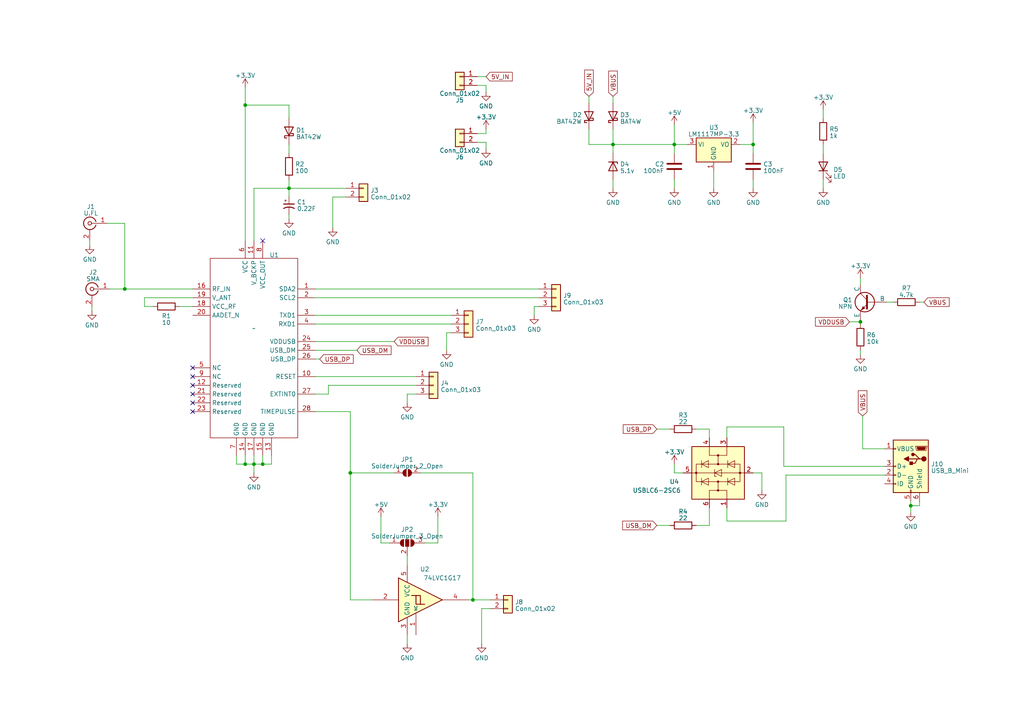
<source format=kicad_sch>
(kicad_sch (version 20230121) (generator eeschema)
  (paper "A4")
  (lib_symbols
    (symbol "74xGxx:74LVC1G17"
      (property "Reference" "U" (at 2.54 7.62 0))
      (property "Value" "74LVC1G17" (at 5.08 -7.62 0))
      (symbol "74LVC1G17_0_1"
        (polyline (pts (xy -2.54 1.27) (xy -1.27 1.27) (xy -1.27 -1.27)) (stroke (width 0.254)) (fill (type background)))
        (polyline (pts (xy -7.62 6.35) (xy -7.62 -6.35) (xy 5.08 0) (xy -7.62 6.35)) (stroke (width 0.254)) (fill (type background)))
        (polyline (pts (xy -3.81 1.27) (xy -2.54 1.27) (xy -2.54 -1.27) (xy 0 -1.27)) (stroke (width 0.254)) (fill (type background)))
      )
      (symbol "74LVC1G17_1_1"
        (pin free line (at -2.54 -10.16 90) (length 6.35) (name "NC") (number "1"))
        (pin input line (at -15.24 0 0) (length 7.62) (name "~") (number "2"))
        (pin power_in line (at -5.08 -10.16 90) (length 5.08) (name "GND") (number "3"))
        (pin output line (at 12.7 0 180) (length 7.62) (name "~") (number "4"))
        (pin power_in line (at -5.08 10.16 270) (length 5.08) (name "VCC") (number "5"))
      )
    )
    (symbol "Connector:Conn_Coaxial" (pin_names (offset 1.016) hide)
      (property "Reference" "J" (at 0.254 3.048 0))
      (property "Value" "Conn_Coaxial" (at 2.921 0 90))
      (symbol "Conn_Coaxial_0_1"
        (arc (start -1.778 -0.508) (mid 0.2311 -1.8066) (end 1.778 0) (stroke (width 0.254)))
        (polyline (pts (xy -2.54 0) (xy -0.508 0)))
        (polyline (pts (xy 0 -2.54) (xy 0 -1.778)))
        (circle (center 0 0) (radius 0.508) (stroke (width 0.2032)))
        (arc (start 1.778 0) (mid 0.2099 1.8101) (end -1.778 0.508) (stroke (width 0.254)))
      )
      (symbol "Conn_Coaxial_1_1"
        (pin passive line (at -5.08 0 0) (length 2.54) (name "In") (number "1"))
        (pin passive line (at 0 -5.08 90) (length 2.54) (name "Ext") (number "2"))
      )
    )
    (symbol "Connector:USB_B_Mini" (pin_names (offset 1.016))
      (property "Reference" "J" (at -5.08 11.43 0))
      (property "Value" "USB_B_Mini" (at -5.08 8.89 0))
      (symbol "USB_B_Mini_0_1"
        (rectangle (start -5.08 -7.62) (end 5.08 7.62) (stroke (width 0.254)) (fill (type background)))
        (circle (center -3.81 2.159) (radius 0.635) (stroke (width 0.254)) (fill (type outline)))
        (circle (center -0.635 3.429) (radius 0.381) (stroke (width 0.254)) (fill (type outline)))
        (rectangle (start -0.127 -7.62) (end 0.127 -6.858))
        (polyline (pts (xy -1.905 2.159) (xy 0.635 2.159)) (stroke (width 0.254)))
        (polyline (pts (xy -3.175 2.159) (xy -2.54 2.159) (xy -1.27 3.429) (xy -0.635 3.429)) (stroke (width 0.254)))
        (polyline (pts (xy -2.54 2.159) (xy -1.905 2.159) (xy -1.27 0.889) (xy 0 0.889)) (stroke (width 0.254)))
        (polyline (pts (xy 0.635 2.794) (xy 0.635 1.524) (xy 1.905 2.159) (xy 0.635 2.794)) (stroke (width 0.254)) (fill (type outline)))
        (polyline (pts (xy -4.318 5.588) (xy -1.778 5.588) (xy -2.032 4.826) (xy -4.064 4.826) (xy -4.318 5.588)) (fill (type outline)))
        (polyline (pts (xy -4.699 5.842) (xy -4.699 5.588) (xy -4.445 4.826) (xy -4.445 4.572) (xy -1.651 4.572) (xy -1.651 4.826) (xy -1.397 5.588) (xy -1.397 5.842) (xy -4.699 5.842)))
        (rectangle (start 0.254 1.27) (end -0.508 0.508) (stroke (width 0.254)) (fill (type outline)))
        (rectangle (start 5.08 -5.207) (end 4.318 -4.953))
        (rectangle (start 5.08 -2.667) (end 4.318 -2.413))
        (rectangle (start 5.08 -0.127) (end 4.318 0.127))
        (rectangle (start 5.08 4.953) (end 4.318 5.207))
      )
      (symbol "USB_B_Mini_1_1"
        (pin power_out line (at 7.62 5.08 180) (length 2.54) (name "VBUS") (number "1"))
        (pin bidirectional line (at 7.62 -2.54 180) (length 2.54) (name "D-") (number "2"))
        (pin bidirectional line (at 7.62 0 180) (length 2.54) (name "D+") (number "3"))
        (pin passive line (at 7.62 -5.08 180) (length 2.54) (name "ID") (number "4"))
        (pin power_out line (at 0 -10.16 90) (length 2.54) (name "GND") (number "5"))
        (pin passive line (at -2.54 -10.16 90) (length 2.54) (name "Shield") (number "6"))
      )
    )
    (symbol "Connector_Generic:Conn_01x02" (pin_names (offset 1.016) hide)
      (property "Reference" "J" (at 0 2.54 0))
      (property "Value" "Conn_01x02" (at 0 -5.08 0))
      (symbol "Conn_01x02_1_1"
        (rectangle (start -1.27 -2.413) (end 0 -2.667) (stroke (width 0.1524)))
        (rectangle (start -1.27 0.127) (end 0 -0.127) (stroke (width 0.1524)))
        (rectangle (start -1.27 1.27) (end 1.27 -3.81) (stroke (width 0.254)) (fill (type background)))
        (pin passive line (at -5.08 0 0) (length 3.81) (name "Pin_1") (number "1"))
        (pin passive line (at -5.08 -2.54 0) (length 3.81) (name "Pin_2") (number "2"))
      )
    )
    (symbol "Connector_Generic:Conn_01x03" (pin_names (offset 1.016) hide)
      (property "Reference" "J" (at 0 5.08 0))
      (property "Value" "Conn_01x03" (at 0 -5.08 0))
      (symbol "Conn_01x03_1_1"
        (rectangle (start -1.27 -2.413) (end 0 -2.667) (stroke (width 0.1524)))
        (rectangle (start -1.27 0.127) (end 0 -0.127) (stroke (width 0.1524)))
        (rectangle (start -1.27 2.667) (end 0 2.413) (stroke (width 0.1524)))
        (rectangle (start -1.27 3.81) (end 1.27 -3.81) (stroke (width 0.254)) (fill (type background)))
        (pin passive line (at -5.08 2.54 0) (length 3.81) (name "Pin_1") (number "1"))
        (pin passive line (at -5.08 0 0) (length 3.81) (name "Pin_2") (number "2"))
        (pin passive line (at -5.08 -2.54 0) (length 3.81) (name "Pin_3") (number "3"))
      )
    )
    (symbol "Device:C" (pin_numbers hide) (pin_names (offset 0.254))
      (property "Reference" "C" (at 0.635 2.54 0))
      (property "Value" "C" (at 0.635 -2.54 0))
      (symbol "C_0_1"
        (polyline (pts (xy -2.032 -0.762) (xy 2.032 -0.762)) (stroke (width 0.508)))
        (polyline (pts (xy -2.032 0.762) (xy 2.032 0.762)) (stroke (width 0.508)))
      )
      (symbol "C_1_1"
        (pin passive line (at 0 3.81 270) (length 2.794) (name "~") (number "1"))
        (pin passive line (at 0 -3.81 90) (length 2.794) (name "~") (number "2"))
      )
    )
    (symbol "Device:C_Polarized_Small_US" (pin_numbers hide) (pin_names (offset 0.254) hide)
      (property "Reference" "C" (at 0.254 1.778 0))
      (property "Value" "C_Polarized_Small_US" (at 0.254 -2.032 0))
      (symbol "C_Polarized_Small_US_0_1"
        (polyline (pts (xy -1.524 0.508) (xy 1.524 0.508)) (stroke (width 0.3048)))
        (polyline (pts (xy -1.27 1.524) (xy -0.762 1.524)))
        (polyline (pts (xy -1.016 1.27) (xy -1.016 1.778)))
        (arc (start 1.524 -0.762) (mid 0 -0.3734) (end -1.524 -0.762) (stroke (width 0.3048)))
      )
      (symbol "C_Polarized_Small_US_1_1"
        (pin passive line (at 0 2.54 270) (length 2.032) (name "~") (number "1"))
        (pin passive line (at 0 -2.54 90) (length 2.032) (name "~") (number "2"))
      )
    )
    (symbol "Device:D_Schottky" (pin_numbers hide) (pin_names (offset 1.016) hide)
      (property "Reference" "D" (at 0 2.54 0))
      (property "Value" "D_Schottky" (at 0 -2.54 0))
      (symbol "D_Schottky_0_1"
        (polyline (pts (xy 1.27 0) (xy -1.27 0)))
        (polyline (pts (xy 1.27 1.27) (xy 1.27 -1.27) (xy -1.27 0) (xy 1.27 1.27)) (stroke (width 0.254)))
        (polyline (pts (xy -1.905 0.635) (xy -1.905 1.27) (xy -1.27 1.27) (xy -1.27 -1.27) (xy -0.635 -1.27) (xy -0.635 -0.635)) (stroke (width 0.254)))
      )
      (symbol "D_Schottky_1_1"
        (pin passive line (at -3.81 0 0) (length 2.54) (name "K") (number "1"))
        (pin passive line (at 3.81 0 180) (length 2.54) (name "A") (number "2"))
      )
    )
    (symbol "Device:D_Zener" (pin_numbers hide) (pin_names (offset 1.016) hide)
      (property "Reference" "D" (at 0 2.54 0))
      (property "Value" "D_Zener" (at 0 -2.54 0))
      (symbol "D_Zener_0_1"
        (polyline (pts (xy 1.27 0) (xy -1.27 0)))
        (polyline (pts (xy -1.27 -1.27) (xy -1.27 1.27) (xy -0.762 1.27)) (stroke (width 0.254)))
        (polyline (pts (xy 1.27 -1.27) (xy 1.27 1.27) (xy -1.27 0) (xy 1.27 -1.27)) (stroke (width 0.254)))
      )
      (symbol "D_Zener_1_1"
        (pin passive line (at -3.81 0 0) (length 2.54) (name "K") (number "1"))
        (pin passive line (at 3.81 0 180) (length 2.54) (name "A") (number "2"))
      )
    )
    (symbol "Device:LED" (pin_numbers hide) (pin_names (offset 1.016) hide)
      (property "Reference" "D" (at 0 2.54 0))
      (property "Value" "LED" (at 0 -2.54 0))
      (symbol "LED_0_1"
        (polyline (pts (xy -1.27 -1.27) (xy -1.27 1.27)) (stroke (width 0.254)))
        (polyline (pts (xy -1.27 0) (xy 1.27 0)))
        (polyline (pts (xy 1.27 -1.27) (xy 1.27 1.27) (xy -1.27 0) (xy 1.27 -1.27)) (stroke (width 0.254)))
        (polyline (pts (xy -3.048 -0.762) (xy -4.572 -2.286) (xy -3.81 -2.286) (xy -4.572 -2.286) (xy -4.572 -1.524)))
        (polyline (pts (xy -1.778 -0.762) (xy -3.302 -2.286) (xy -2.54 -2.286) (xy -3.302 -2.286) (xy -3.302 -1.524)))
      )
      (symbol "LED_1_1"
        (pin passive line (at -3.81 0 0) (length 2.54) (name "K") (number "1"))
        (pin passive line (at 3.81 0 180) (length 2.54) (name "A") (number "2"))
      )
    )
    (symbol "Device:R" (pin_numbers hide) (pin_names (offset 0))
      (property "Reference" "R" (at 2.032 0 90))
      (property "Value" "R" (at 0 0 90))
      (symbol "R_0_1"
        (rectangle (start -1.016 -2.54) (end 1.016 2.54) (stroke (width 0.254)))
      )
      (symbol "R_1_1"
        (pin passive line (at 0 3.81 270) (length 1.27) (name "~") (number "1"))
        (pin passive line (at 0 -3.81 90) (length 1.27) (name "~") (number "2"))
      )
    )
    (symbol "Jumper:SolderJumper_2_Open" (pin_names (offset 0) hide)
      (property "Reference" "JP" (at 0 2.032 0))
      (property "Value" "SolderJumper_2_Open" (at 0 -2.54 0))
      (symbol "SolderJumper_2_Open_0_1"
        (arc (start -0.254 1.016) (mid -1.2656 0) (end -0.254 -1.016))
        (arc (start -0.254 1.016) (mid -1.2656 0) (end -0.254 -1.016) (fill (type outline)))
        (polyline (pts (xy -0.254 1.016) (xy -0.254 -1.016)))
        (polyline (pts (xy 0.254 1.016) (xy 0.254 -1.016)))
        (arc (start 0.254 -1.016) (mid 1.2656 0) (end 0.254 1.016))
        (arc (start 0.254 -1.016) (mid 1.2656 0) (end 0.254 1.016) (fill (type outline)))
      )
      (symbol "SolderJumper_2_Open_1_1"
        (pin passive line (at -3.81 0 0) (length 2.54) (name "A") (number "1"))
        (pin passive line (at 3.81 0 180) (length 2.54) (name "B") (number "2"))
      )
    )
    (symbol "Jumper:SolderJumper_3_Open" (pin_names (offset 0) hide)
      (property "Reference" "JP" (at -2.54 -2.54 0))
      (property "Value" "SolderJumper_3_Open" (at 0 2.794 0))
      (symbol "SolderJumper_3_Open_0_1"
        (arc (start -1.016 1.016) (mid -2.0276 0) (end -1.016 -1.016))
        (arc (start -1.016 1.016) (mid -2.0276 0) (end -1.016 -1.016) (fill (type outline)))
        (rectangle (start -0.508 1.016) (end 0.508 -1.016) (fill (type outline)))
        (polyline (pts (xy -2.54 0) (xy -2.032 0)))
        (polyline (pts (xy -1.016 1.016) (xy -1.016 -1.016)))
        (polyline (pts (xy 0 -1.27) (xy 0 -1.016)))
        (polyline (pts (xy 1.016 1.016) (xy 1.016 -1.016)))
        (polyline (pts (xy 2.54 0) (xy 2.032 0)))
        (arc (start 1.016 -1.016) (mid 2.0276 0) (end 1.016 1.016))
        (arc (start 1.016 -1.016) (mid 2.0276 0) (end 1.016 1.016) (fill (type outline)))
      )
      (symbol "SolderJumper_3_Open_1_1"
        (pin passive line (at -5.08 0 0) (length 2.54) (name "A") (number "1"))
        (pin passive line (at 0 -3.81 90) (length 2.54) (name "C") (number "2"))
        (pin passive line (at 5.08 0 180) (length 2.54) (name "B") (number "3"))
      )
    )
    (symbol "Power_Protection:USBLC6-2SC6" (pin_names hide)
      (property "Reference" "U" (at 2.54 8.89 0))
      (property "Value" "USBLC6-2SC6" (at 2.54 -8.89 0))
      (symbol "USBLC6-2SC6_0_1"
        (rectangle (start -7.62 -7.62) (end 7.62 7.62) (stroke (width 0.254)) (fill (type background)))
        (circle (center -5.08 0) (radius 0.254) (fill (type outline)))
        (circle (center -2.54 0) (radius 0.254) (fill (type outline)))
        (rectangle (start -2.54 6.35) (end 2.54 -6.35))
        (circle (center 0 -6.35) (radius 0.254) (fill (type outline)))
        (polyline (pts (xy -5.08 -2.54) (xy -7.62 -2.54)))
        (polyline (pts (xy -5.08 0) (xy -5.08 -2.54)))
        (polyline (pts (xy -5.08 2.54) (xy -7.62 2.54)))
        (polyline (pts (xy -1.524 -2.794) (xy -3.556 -2.794)))
        (polyline (pts (xy -1.524 4.826) (xy -3.556 4.826)))
        (polyline (pts (xy 0 -7.62) (xy 0 -6.35)))
        (polyline (pts (xy 0 -6.35) (xy 0 1.27)))
        (polyline (pts (xy 0 1.27) (xy 0 6.35)))
        (polyline (pts (xy 0 6.35) (xy 0 7.62)))
        (polyline (pts (xy 1.524 -2.794) (xy 3.556 -2.794)))
        (polyline (pts (xy 1.524 4.826) (xy 3.556 4.826)))
        (polyline (pts (xy 5.08 -2.54) (xy 7.62 -2.54)))
        (polyline (pts (xy 5.08 0) (xy 5.08 -2.54)))
        (polyline (pts (xy 5.08 2.54) (xy 7.62 2.54)))
        (polyline (pts (xy -2.54 0) (xy -5.08 0) (xy -5.08 2.54)))
        (polyline (pts (xy 2.54 0) (xy 5.08 0) (xy 5.08 2.54)))
        (polyline (pts (xy -3.556 -4.826) (xy -1.524 -4.826) (xy -2.54 -2.794) (xy -3.556 -4.826)))
        (polyline (pts (xy -3.556 2.794) (xy -1.524 2.794) (xy -2.54 4.826) (xy -3.556 2.794)))
        (polyline (pts (xy -1.016 -1.016) (xy 1.016 -1.016) (xy 0 1.016) (xy -1.016 -1.016)))
        (polyline (pts (xy 1.016 1.016) (xy 0.762 1.016) (xy -1.016 1.016) (xy -1.016 0.508)))
        (polyline (pts (xy 3.556 -4.826) (xy 1.524 -4.826) (xy 2.54 -2.794) (xy 3.556 -4.826)))
        (polyline (pts (xy 3.556 2.794) (xy 1.524 2.794) (xy 2.54 4.826) (xy 3.556 2.794)))
        (circle (center 0 6.35) (radius 0.254) (fill (type outline)))
        (circle (center 2.54 0) (radius 0.254) (fill (type outline)))
        (circle (center 5.08 0) (radius 0.254) (fill (type outline)))
      )
      (symbol "USBLC6-2SC6_1_1"
        (pin passive line (at -10.16 -2.54 0) (length 2.54) (name "I/O1") (number "1"))
        (pin passive line (at 0 -10.16 90) (length 2.54) (name "GND") (number "2"))
        (pin passive line (at 10.16 -2.54 180) (length 2.54) (name "I/O2") (number "3"))
        (pin passive line (at 10.16 2.54 180) (length 2.54) (name "I/O2") (number "4"))
        (pin passive line (at 0 10.16 270) (length 2.54) (name "VBUS") (number "5"))
        (pin passive line (at -10.16 2.54 0) (length 2.54) (name "I/O1") (number "6"))
      )
    )
    (symbol "Regulator_Linear:LM1117MP-3.3"
      (property "Reference" "U" (at -3.81 3.175 0))
      (property "Value" "LM1117MP-3.3" (at 0 3.175 0))
      (symbol "LM1117MP-3.3_0_1"
        (rectangle (start -5.08 -5.08) (end 5.08 1.905) (stroke (width 0.254)) (fill (type background)))
      )
      (symbol "LM1117MP-3.3_1_1"
        (pin power_in line (at 0 -7.62 90) (length 2.54) (name "GND") (number "1"))
        (pin power_out line (at 7.62 0 180) (length 2.54) (name "VO") (number "2"))
        (pin power_in line (at -7.62 0 0) (length 2.54) (name "VI") (number "3"))
      )
    )
    (symbol "Simulation_SPICE:NPN" (pin_numbers hide) (pin_names (offset 0))
      (property "Reference" "Q" (at -2.54 7.62 0))
      (property "Value" "NPN" (at -2.54 5.08 0))
      (symbol "NPN_0_1"
        (polyline (pts (xy -2.54 0) (xy 0.635 0)) (stroke (width 0.1524)))
        (polyline (pts (xy 0.635 0.635) (xy 2.54 2.54)))
        (polyline (pts (xy 2.794 -1.27) (xy 2.794 -1.27)) (stroke (width 0.1524)))
        (polyline (pts (xy 2.794 -1.27) (xy 2.794 -1.27)) (stroke (width 0.1524)))
        (polyline (pts (xy 0.635 -0.635) (xy 2.54 -2.54) (xy 2.54 -2.54)))
        (polyline (pts (xy 0.635 1.905) (xy 0.635 -1.905) (xy 0.635 -1.905)) (stroke (width 0.508)))
        (polyline (pts (xy 1.27 -1.778) (xy 1.778 -1.27) (xy 2.286 -2.286) (xy 1.27 -1.778) (xy 1.27 -1.778)) (fill (type outline)))
        (circle (center 1.27 0) (radius 2.8194) (stroke (width 0.254)))
      )
      (symbol "NPN_1_1"
        (pin open_collector line (at 2.54 5.08 270) (length 2.54) (name "C") (number "1"))
        (pin input line (at -5.08 0 0) (length 2.54) (name "B") (number "2"))
        (pin open_emitter line (at 2.54 -5.08 90) (length 2.54) (name "E") (number "3"))
      )
    )
    (symbol "power:+3.3V" (power) (pin_names (offset 0))
      (property "Value" "+3.3V" (at 0 3.556 0))
      (symbol "+3.3V_0_1"
        (polyline (pts (xy -0.762 1.27) (xy 0 2.54)))
        (polyline (pts (xy 0 0) (xy 0 2.54)))
        (polyline (pts (xy 0 2.54) (xy 0.762 1.27)))
      )
      (symbol "+3.3V_1_1"
        (pin power_in line (at 0 0 90) (length 0) hide (name "+3.3V") (number "1"))
      )
    )
    (symbol "power:+5V" (power) (pin_names (offset 0))
      (property "Value" "+5V" (at 0 3.556 0))
      (symbol "+5V_0_1"
        (polyline (pts (xy -0.762 1.27) (xy 0 2.54)))
        (polyline (pts (xy 0 0) (xy 0 2.54)))
        (polyline (pts (xy 0 2.54) (xy 0.762 1.27)))
      )
      (symbol "+5V_1_1"
        (pin power_in line (at 0 0 90) (length 0) hide (name "+5V") (number "1"))
      )
    )
    (symbol "power:GND" (power) (pin_names (offset 0))
      (property "Value" "GND" (at 0 -3.81 0))
      (symbol "GND_0_1"
        (polyline (pts (xy 0 0) (xy 0 -1.27) (xy 1.27 -1.27) (xy 0 -2.54) (xy -1.27 -1.27) (xy 0 -1.27)))
      )
      (symbol "GND_1_1"
        (pin power_in line (at 0 0 270) (length 0) hide (name "GND") (number "1"))
      )
    )
    (symbol "ublox-lea-6h:ublox-lea-6h"
      (property "Reference" "U" (at 0 0 0))
      (symbol "ublox-lea-6h_1_1"
        (rectangle (start -12.7 26.67) (end 12.7 -25.4))
        (pin bidirectional line (at 17.78 17.78 180) (length 5.08) (name "SDA2") (number "1"))
        (pin input line (at 17.78 -7.62 180) (length 5.08) (name "RESET") (number "10"))
        (pin power_in line (at 0 31.75 270) (length 5.08) (name "V_BCKP") (number "11"))
        (pin no_connect line (at -17.78 -10.16 0) (length 5.08) (name "Reserved") (number "12"))
        (pin power_in line (at 5.08 -30.48 90) (length 5.08) (name "GND") (number "13"))
        (pin power_in line (at -2.54 -30.48 90) (length 5.08) (name "GND") (number "14"))
        (pin power_in line (at 2.54 -30.48 90) (length 5.08) (name "GND") (number "15"))
        (pin input line (at -17.78 17.78 0) (length 5.08) (name "RF_IN") (number "16"))
        (pin power_in line (at 0 -30.48 90) (length 5.08) (name "GND") (number "17"))
        (pin power_in line (at -17.78 12.7 0) (length 5.08) (name "VCC_RF") (number "18"))
        (pin power_in line (at -17.78 15.24 0) (length 5.08) (name "V_ANT") (number "19"))
        (pin input line (at 17.78 15.24 180) (length 5.08) (name "SCL2") (number "2"))
        (pin input line (at -17.78 10.16 0) (length 5.08) (name "AADET_N") (number "20"))
        (pin no_connect line (at -17.78 -12.7 0) (length 5.08) (name "Reserved") (number "21"))
        (pin no_connect line (at -17.78 -15.24 0) (length 5.08) (name "Reserved") (number "22"))
        (pin no_connect line (at -17.78 -17.78 0) (length 5.08) (name "Reserved") (number "23"))
        (pin power_in line (at 17.78 2.54 180) (length 5.08) (name "VDDUSB") (number "24"))
        (pin bidirectional line (at 17.78 0 180) (length 5.08) (name "USB_DM") (number "25"))
        (pin bidirectional line (at 17.78 -2.54 180) (length 5.08) (name "USB_DP") (number "26"))
        (pin input line (at 17.78 -12.7 180) (length 5.08) (name "EXTINT0") (number "27"))
        (pin output line (at 17.78 -17.78 180) (length 5.08) (name "TIMEPULSE") (number "28"))
        (pin output line (at 17.78 10.16 180) (length 5.08) (name "TXD1") (number "3"))
        (pin input line (at 17.78 7.62 180) (length 5.08) (name "RXD1") (number "4"))
        (pin no_connect line (at -17.78 -5.08 0) (length 5.08) (name "NC") (number "5"))
        (pin power_in line (at -2.54 31.75 270) (length 5.08) (name "VCC") (number "6"))
        (pin power_in line (at -5.08 -30.48 90) (length 5.08) (name "GND") (number "7"))
        (pin power_out line (at 2.54 31.75 270) (length 5.08) (name "VCC_OUT") (number "8"))
        (pin no_connect line (at -17.78 -7.62 0) (length 5.08) (name "NC") (number "9"))
      )
    )
  )
  (junction (at 177.8 41.91))
  (junction (at 71.12 134.62))
  (junction (at 249.555 93.345))
  (junction (at 195.58 41.91))
  (junction (at 101.6 137.16))
  (junction (at 218.44 41.91))
  (junction (at 36.195 83.82))
  (junction (at 73.66 134.62))
  (junction (at 76.2 134.62))
  (junction (at 83.82 54.61))
  (junction (at 264.16 146.685))
  (junction (at 137.16 173.99))
  (junction (at 71.12 30.48))
  (no_connect (at 55.88 111.76))
  (no_connect (at 55.88 119.38))
  (no_connect (at 55.88 109.22))
  (no_connect (at 55.88 116.84))
  (no_connect (at 55.88 106.68))
  (no_connect (at 76.2 69.85))
  (no_connect (at 55.88 114.3))
  (wire (pts (xy 68.58 134.62) (xy 71.12 134.62)))
  (wire (pts (xy 36.195 83.82) (xy 55.88 83.82)))
  (wire (pts (xy 83.82 62.23) (xy 83.82 63.5)))
  (wire (pts (xy 138.43 41.275) (xy 140.97 41.275)))
  (wire (pts (xy 156.21 88.9) (xy 154.94 88.9)))
  (wire (pts (xy 110.49 149.86) (xy 110.49 157.48)))
  (wire (pts (xy 73.66 134.62) (xy 76.2 134.62)))
  (wire (pts (xy 83.82 30.48) (xy 71.12 30.48)))
  (wire (pts (xy 130.81 96.52) (xy 129.54 96.52)))
  (wire (pts (xy 218.44 41.91) (xy 218.44 44.45)))
  (wire (pts (xy 198.12 137.16) (xy 195.58 137.16)))
  (wire (pts (xy 137.16 137.16) (xy 137.16 173.99)))
  (wire (pts (xy 218.44 52.07) (xy 218.44 54.61)))
  (wire (pts (xy 91.44 91.44) (xy 130.81 91.44)))
  (wire (pts (xy 177.8 41.91) (xy 195.58 41.91)))
  (wire (pts (xy 71.12 132.08) (xy 71.12 134.62)))
  (wire (pts (xy 55.88 86.36) (xy 41.91 86.36)))
  (wire (pts (xy 118.11 161.29) (xy 118.11 163.83)))
  (wire (pts (xy 91.44 93.98) (xy 130.81 93.98)))
  (wire (pts (xy 249.555 93.345) (xy 249.555 93.98)))
  (wire (pts (xy 101.6 137.16) (xy 114.3 137.16)))
  (wire (pts (xy 73.66 54.61) (xy 83.82 54.61)))
  (wire (pts (xy 83.82 41.91) (xy 83.82 44.45)))
  (wire (pts (xy 127 149.86) (xy 127 157.48)))
  (wire (pts (xy 123.19 157.48) (xy 127 157.48)))
  (wire (pts (xy 91.44 101.6) (xy 103.505 101.6)))
  (wire (pts (xy 138.43 22.225) (xy 140.97 22.225)))
  (wire (pts (xy 220.98 137.16) (xy 220.98 142.24)))
  (wire (pts (xy 195.58 41.91) (xy 195.58 44.45)))
  (wire (pts (xy 238.76 31.75) (xy 238.76 34.29)))
  (wire (pts (xy 257.175 87.63) (xy 259.08 87.63)))
  (wire (pts (xy 195.58 137.16) (xy 195.58 134.62)))
  (wire (pts (xy 249.555 101.6) (xy 249.555 102.87)))
  (wire (pts (xy 83.82 52.07) (xy 83.82 54.61)))
  (wire (pts (xy 250.19 130.175) (xy 256.54 130.175)))
  (wire (pts (xy 170.815 37.465) (xy 170.815 41.91)))
  (wire (pts (xy 170.815 41.91) (xy 177.8 41.91)))
  (wire (pts (xy 83.82 54.61) (xy 100.33 54.61)))
  (wire (pts (xy 140.97 24.765) (xy 140.97 26.67)))
  (wire (pts (xy 91.44 99.06) (xy 114.3 99.06)))
  (wire (pts (xy 264.16 145.415) (xy 264.16 146.685)))
  (wire (pts (xy 91.44 119.38) (xy 101.6 119.38)))
  (wire (pts (xy 71.12 25.4) (xy 71.12 30.48)))
  (wire (pts (xy 83.82 54.61) (xy 83.82 57.15)))
  (wire (pts (xy 26.67 88.9) (xy 26.67 90.17)))
  (wire (pts (xy 264.16 146.685) (xy 264.16 148.59)))
  (wire (pts (xy 205.74 124.46) (xy 205.74 127)))
  (wire (pts (xy 195.58 52.07) (xy 195.58 54.61)))
  (wire (pts (xy 266.7 87.63) (xy 267.97 87.63)))
  (wire (pts (xy 83.82 34.29) (xy 83.82 30.48)))
  (wire (pts (xy 36.195 64.77) (xy 36.195 83.82)))
  (wire (pts (xy 227.33 135.255) (xy 227.33 123.825)))
  (wire (pts (xy 177.8 27.94) (xy 177.8 29.845)))
  (wire (pts (xy 177.8 37.465) (xy 177.8 41.91)))
  (wire (pts (xy 250.19 120.65) (xy 250.19 130.175)))
  (wire (pts (xy 31.115 64.77) (xy 36.195 64.77)))
  (wire (pts (xy 73.66 54.61) (xy 73.66 69.85)))
  (wire (pts (xy 100.33 57.15) (xy 96.52 57.15)))
  (wire (pts (xy 91.44 109.22) (xy 120.65 109.22)))
  (wire (pts (xy 138.43 24.765) (xy 140.97 24.765)))
  (wire (pts (xy 137.16 173.99) (xy 142.24 173.99)))
  (wire (pts (xy 135.89 173.99) (xy 137.16 173.99)))
  (wire (pts (xy 256.54 135.255) (xy 227.33 135.255)))
  (wire (pts (xy 118.11 114.3) (xy 118.11 116.84)))
  (wire (pts (xy 249.555 80.645) (xy 249.555 82.55)))
  (wire (pts (xy 210.82 151.13) (xy 227.965 151.13)))
  (wire (pts (xy 238.76 41.91) (xy 238.76 44.45)))
  (wire (pts (xy 190.5 124.46) (xy 194.31 124.46)))
  (wire (pts (xy 101.6 173.99) (xy 107.95 173.99)))
  (wire (pts (xy 170.815 27.94) (xy 170.815 29.845)))
  (wire (pts (xy 207.01 49.53) (xy 207.01 54.61)))
  (wire (pts (xy 138.43 38.735) (xy 140.97 38.735)))
  (wire (pts (xy 73.66 134.62) (xy 73.66 137.16)))
  (wire (pts (xy 120.65 114.3) (xy 118.11 114.3)))
  (wire (pts (xy 266.7 146.685) (xy 266.7 145.415)))
  (wire (pts (xy 195.58 41.91) (xy 199.39 41.91)))
  (wire (pts (xy 205.74 147.32) (xy 205.74 152.4)))
  (wire (pts (xy 91.44 86.36) (xy 156.21 86.36)))
  (wire (pts (xy 91.44 104.14) (xy 92.71 104.14)))
  (wire (pts (xy 227.965 137.795) (xy 256.54 137.795)))
  (wire (pts (xy 238.76 52.07) (xy 238.76 54.61)))
  (wire (pts (xy 113.03 157.48) (xy 110.49 157.48)))
  (wire (pts (xy 52.07 88.9) (xy 55.88 88.9)))
  (wire (pts (xy 91.44 114.3) (xy 95.25 114.3)))
  (wire (pts (xy 76.2 132.08) (xy 76.2 134.62)))
  (wire (pts (xy 71.12 30.48) (xy 71.12 69.85)))
  (wire (pts (xy 264.16 146.685) (xy 266.7 146.685)))
  (wire (pts (xy 41.91 88.9) (xy 44.45 88.9)))
  (wire (pts (xy 101.6 119.38) (xy 101.6 137.16)))
  (wire (pts (xy 71.12 134.62) (xy 73.66 134.62)))
  (wire (pts (xy 91.44 83.82) (xy 156.21 83.82)))
  (wire (pts (xy 78.74 134.62) (xy 78.74 132.08)))
  (wire (pts (xy 177.8 44.45) (xy 177.8 41.91)))
  (wire (pts (xy 142.24 176.53) (xy 139.7 176.53)))
  (wire (pts (xy 218.44 137.16) (xy 220.98 137.16)))
  (wire (pts (xy 95.25 114.3) (xy 95.25 111.76)))
  (wire (pts (xy 140.97 41.275) (xy 140.97 43.18)))
  (wire (pts (xy 227.965 151.13) (xy 227.965 137.795)))
  (wire (pts (xy 190.5 152.4) (xy 194.31 152.4)))
  (wire (pts (xy 210.82 123.825) (xy 210.82 127)))
  (wire (pts (xy 76.2 134.62) (xy 78.74 134.62)))
  (wire (pts (xy 95.25 111.76) (xy 120.65 111.76)))
  (wire (pts (xy 121.92 137.16) (xy 137.16 137.16)))
  (wire (pts (xy 73.66 132.08) (xy 73.66 134.62)))
  (wire (pts (xy 177.8 52.07) (xy 177.8 54.61)))
  (wire (pts (xy 129.54 96.52) (xy 129.54 101.6)))
  (wire (pts (xy 249.555 92.71) (xy 249.555 93.345)))
  (wire (pts (xy 227.33 123.825) (xy 210.82 123.825)))
  (wire (pts (xy 154.94 88.9) (xy 154.94 91.44)))
  (wire (pts (xy 31.75 83.82) (xy 36.195 83.82)))
  (wire (pts (xy 26.035 69.85) (xy 26.035 71.12)))
  (wire (pts (xy 246.38 93.345) (xy 249.555 93.345)))
  (wire (pts (xy 139.7 176.53) (xy 139.7 186.69)))
  (wire (pts (xy 195.58 36.195) (xy 195.58 41.91)))
  (wire (pts (xy 118.11 184.15) (xy 118.11 186.69)))
  (wire (pts (xy 68.58 132.08) (xy 68.58 134.62)))
  (wire (pts (xy 41.91 86.36) (xy 41.91 88.9)))
  (wire (pts (xy 96.52 57.15) (xy 96.52 66.04)))
  (wire (pts (xy 140.97 37.465) (xy 140.97 38.735)))
  (wire (pts (xy 218.44 35.56) (xy 218.44 41.91)))
  (wire (pts (xy 210.82 147.32) (xy 210.82 151.13)))
  (wire (pts (xy 201.93 152.4) (xy 205.74 152.4)))
  (wire (pts (xy 101.6 137.16) (xy 101.6 173.99)))
  (wire (pts (xy 214.63 41.91) (xy 218.44 41.91)))
  (wire (pts (xy 205.74 124.46) (xy 201.93 124.46)))
  (global_label "VDDUSB" (shape input) (at 246.38 93.345 180) (property "Intersheetrefs" "${INTERSHEET_REFS}" (effects hide)))
  (global_label "VBUS" (shape input) (at 267.97 87.63 0) (property "Intersheetrefs" "${INTERSHEET_REFS}" (effects hide)))
  (global_label "5V_IN" (shape input) (at 170.815 27.94 90) (property "Intersheetrefs" "${INTERSHEET_REFS}" (effects hide)))
  (global_label "VBUS" (shape input) (at 177.8 27.94 90) (property "Intersheetrefs" "${INTERSHEET_REFS}" (effects hide)))
  (global_label "USB_DP" (shape input) (at 190.5 124.46 180) (property "Intersheetrefs" "${INTERSHEET_REFS}" (effects hide)))
  (global_label "VDDUSB" (shape input) (at 114.3 99.06 0) (property "Intersheetrefs" "${INTERSHEET_REFS}" (effects hide)))
  (global_label "USB_DM" (shape input) (at 103.505 101.6 0) (property "Intersheetrefs" "${INTERSHEET_REFS}" (effects hide)))
  (global_label "VBUS" (shape input) (at 250.19 120.65 90) (property "Intersheetrefs" "${INTERSHEET_REFS}" (effects hide)))
  (global_label "USB_DP" (shape input) (at 92.71 104.14 0) (property "Intersheetrefs" "${INTERSHEET_REFS}" (effects hide)))
  (global_label "USB_DM" (shape input) (at 190.5 152.4 180) (property "Intersheetrefs" "${INTERSHEET_REFS}" (effects hide)))
  (global_label "5V_IN" (shape input) (at 140.97 22.225 0) (property "Intersheetrefs" "${INTERSHEET_REFS}" (effects hide)))
  (symbol (lib_id "Connector:Conn_Coaxial") (at 26.67 83.82 0) (mirror y) (unit 1)
    (property "Reference" "J2" (at 26.9874 78.9835 0))
    (property "Value" "SMA" (at 26.9874 80.9045 0))
    (property "Footprint" "Connector_Coaxial:SMA_Amphenol_901-144_Vertical" (effects hide))
    (property "Datasheet" " ~" (effects hide))
  )
  (symbol (lib_id "power:+3.3V") (at 238.76 31.75 0) (unit 1)
    (property "Reference" "#PWR025" (effects hide))
    (property "Value" "+3.3V" (at 238.76 28.2481 0))
  )
  (symbol (lib_id "power:+3.3V") (at 195.58 134.62 0) (unit 1)
    (property "Reference" "#PWR020" (effects hide))
    (property "Value" "+3.3V" (at 195.58 131.1181 0))
  )
  (symbol (lib_id "Device:C_Polarized_Small_US") (at 83.82 59.69 0) (unit 1)
    (property "Reference" "C1" (at 86.1314 58.6145 0) (effects (justify left)))
    (property "Value" "0.22F" (at 86.1314 60.5355 0) (effects (justify left)))
    (property "Footprint" "DMS3R3224RF:DMS3R3224RF" (effects hide))
    (property "Reichelt" "KO DMS3R3224RF" (effects hide))
  )
  (symbol (lib_id "Device:LED") (at 238.76 48.26 90) (unit 1)
    (property "Reference" "D5" (at 241.681 49.2038 90) (effects (justify right)))
    (property "Value" "LED" (at 241.681 51.1248 90) (effects (justify right)))
    (property "Footprint" "LED_SMD:LED_0603_1608Metric_Pad1.05x0.95mm_HandSolder" (effects hide))
  )
  (symbol (lib_id "power:GND") (at 83.82 63.5 0) (unit 1)
    (property "Reference" "#PWR05" (effects hide))
    (property "Value" "GND" (at 83.82 67.6355 0))
  )
  (symbol (lib_id "power:GND") (at 195.58 54.61 0) (unit 1)
    (property "Reference" "#PWR019" (effects hide))
    (property "Value" "GND" (at 195.58 58.7455 0))
  )
  (symbol (lib_id "power:GND") (at 26.67 90.17 0) (unit 1)
    (property "Reference" "#PWR02" (effects hide))
    (property "Value" "GND" (at 26.67 94.3055 0))
  )
  (symbol (lib_id "Device:D_Zener") (at 177.8 48.26 270) (unit 1)
    (property "Reference" "D4" (at 179.832 47.6163 90) (effects (justify left)))
    (property "Value" "5.1v" (at 179.832 49.5373 90) (effects (justify left)))
    (property "Footprint" "Diode_SMD:D_SOD-323_HandSoldering" (effects hide))
  )
  (symbol (lib_id "Connector:Conn_Coaxial") (at 26.035 64.77 0) (mirror y) (unit 1)
    (property "Reference" "J1" (at 26.3524 59.9335 0))
    (property "Value" "U.FL" (at 26.3524 61.8545 0))
    (property "Footprint" "Connector_Coaxial:U.FL_Molex_MCRF_73412-0110_Vertical" (effects hide))
    (property "Datasheet" " ~" (effects hide))
  )
  (symbol (lib_id "power:GND") (at 218.44 54.61 0) (unit 1)
    (property "Reference" "#PWR023" (effects hide))
    (property "Value" "GND" (at 218.44 58.7455 0))
  )
  (symbol (lib_id "74xGxx:74LVC1G17") (at 123.19 173.99 0) (unit 1)
    (property "Reference" "U2" (at 123.19 165.1 0))
    (property "Value" "74LVC1G17" (at 128.27 167.64 0))
    (property "Footprint" "Package_TO_SOT_SMD:SOT-23-5_HandSoldering" (effects hide))
    (property "Datasheet" "https://www.ti.com/lit/ds/symlink/sn74lvc1g17.pdf" (effects hide))
  )
  (symbol (lib_id "Connector:USB_B_Mini") (at 264.16 135.255 0) (mirror y) (unit 1)
    (property "Reference" "J10" (at 270.002 134.6113 0) (effects (justify right)))
    (property "Value" "USB_B_Mini" (at 270.002 136.5323 0) (effects (justify right)))
    (property "Footprint" "Connector_USB:USB_Mini-B_Lumberg_2486_01_Horizontal" (effects hide))
  )
  (symbol (lib_id "power:GND") (at 249.555 102.87 0) (unit 1)
    (property "Reference" "#PWR028" (effects hide))
    (property "Value" "GND" (at 249.555 107.0055 0))
  )
  (symbol (lib_id "Connector_Generic:Conn_01x02") (at 105.41 54.61 0) (unit 1)
    (property "Reference" "J3" (at 107.442 55.2363 0) (effects (justify left)))
    (property "Value" "Conn_01x02" (at 107.442 57.1573 0) (effects (justify left)))
    (property "Footprint" "Connector_PinHeader_2.54mm:PinHeader_1x02_P2.54mm_Vertical" (effects hide))
  )
  (symbol (lib_id "Device:R") (at 83.82 48.26 0) (unit 1)
    (property "Reference" "R2" (at 85.598 47.6163 0) (effects (justify left)))
    (property "Value" "100" (at 85.598 49.5373 0) (effects (justify left)))
    (property "Footprint" "Resistor_SMD:R_0603_1608Metric_Pad0.98x0.95mm_HandSolder" (effects hide))
  )
  (symbol (lib_id "ublox-lea-6h:ublox-lea-6h") (at 73.66 101.6 0) (unit 1)
    (property "Reference" "U1" (at 78.1559 73.9681 0) (effects (justify left)))
    (property "Value" "~" (at 73.66 95.25 0))
    (property "Footprint" "RF_GPS:ublox_LEA" (effects hide))
  )
  (symbol (lib_id "Device:R") (at 262.89 87.63 90) (unit 1)
    (property "Reference" "R7" (at 262.89 83.6041 90))
    (property "Value" "4.7k" (at 262.89 85.5251 90))
    (property "Footprint" "Resistor_SMD:R_0603_1608Metric_Pad0.98x0.95mm_HandSolder" (effects hide))
  )
  (symbol (lib_id "Regulator_Linear:LM1117MP-3.3") (at 207.01 41.91 0) (unit 1)
    (property "Reference" "U3" (at 207.01 36.9951 0))
    (property "Value" "LM1117MP-3.3" (at 207.01 38.9161 0))
    (property "Footprint" "Package_TO_SOT_SMD:SOT-223-3_TabPin2" (effects hide))
    (property "Datasheet" "http://www.ti.com/lit/ds/symlink/lm1117.pdf" (effects hide))
  )
  (symbol (lib_id "Jumper:SolderJumper_2_Open") (at 118.11 137.16 0) (unit 1)
    (property "Reference" "JP1" (at 118.11 133.2611 0))
    (property "Value" "SolderJumper_2_Open" (at 118.11 135.1821 0))
    (property "Footprint" "Jumper:SolderJumper-2_P1.3mm_Open_RoundedPad1.0x1.5mm" (effects hide))
  )
  (symbol (lib_id "Connector_Generic:Conn_01x02") (at 133.35 38.735 0) (mirror y) (unit 1)
    (property "Reference" "J6" (at 133.35 45.5549 0))
    (property "Value" "Conn_01x02" (at 133.35 43.6339 0))
    (property "Footprint" "Connector_PinHeader_2.54mm:PinHeader_1x02_P2.54mm_Vertical" (effects hide))
  )
  (symbol (lib_id "Device:R") (at 238.76 38.1 0) (unit 1)
    (property "Reference" "R5" (at 240.538 37.4563 0) (effects (justify left)))
    (property "Value" "1k" (at 240.538 39.3773 0) (effects (justify left)))
    (property "Footprint" "Resistor_SMD:R_0603_1608Metric_Pad0.98x0.95mm_HandSolder" (effects hide))
  )
  (symbol (lib_id "Connector_Generic:Conn_01x03") (at 161.29 86.36 0) (unit 1)
    (property "Reference" "J9" (at 163.322 85.7163 0) (effects (justify left)))
    (property "Value" "Conn_01x03" (at 163.322 87.6373 0) (effects (justify left)))
    (property "Footprint" "Connector_PinHeader_2.54mm:PinHeader_1x03_P2.54mm_Vertical" (effects hide))
  )
  (symbol (lib_id "power:GND") (at 140.97 43.18 0) (unit 1)
    (property "Reference" "#PWR015" (effects hide))
    (property "Value" "GND" (at 140.97 47.3155 0))
  )
  (symbol (lib_id "Connector_Generic:Conn_01x02") (at 147.32 173.99 0) (unit 1)
    (property "Reference" "J8" (at 149.352 174.6163 0) (effects (justify left)))
    (property "Value" "Conn_01x02" (at 149.352 176.5373 0) (effects (justify left)))
    (property "Footprint" "Connector_PinHeader_2.54mm:PinHeader_1x02_P2.54mm_Vertical" (effects hide))
  )
  (symbol (lib_id "Device:R") (at 198.12 152.4 90) (unit 1)
    (property "Reference" "R4" (at 198.12 148.3741 90))
    (property "Value" "22" (at 198.12 150.2951 90))
    (property "Footprint" "Resistor_SMD:R_0603_1608Metric_Pad0.98x0.95mm_HandSolder" (effects hide))
  )
  (symbol (lib_id "power:GND") (at 139.7 186.69 0) (unit 1)
    (property "Reference" "#PWR012" (effects hide))
    (property "Value" "GND" (at 139.7 190.8255 0))
  )
  (symbol (lib_id "Device:R") (at 48.26 88.9 90) (unit 1)
    (property "Reference" "R1" (at 48.26 91.6385 90))
    (property "Value" "10" (at 48.26 93.5595 90))
    (property "Footprint" "Resistor_SMD:R_0603_1608Metric_Pad0.98x0.95mm_HandSolder" (effects hide))
  )
  (symbol (lib_id "Device:C") (at 195.58 48.26 0) (unit 1)
    (property "Reference" "C2" (at 192.6591 47.6163 0) (effects (justify right)))
    (property "Value" "100nF" (at 192.6591 49.5373 0) (effects (justify right)))
    (property "Footprint" "Capacitor_SMD:C_0603_1608Metric_Pad1.08x0.95mm_HandSolder" (effects hide))
  )
  (symbol (lib_id "Device:C") (at 218.44 48.26 0) (unit 1)
    (property "Reference" "C3" (at 221.361 47.6163 0) (effects (justify left)))
    (property "Value" "100nF" (at 221.361 49.5373 0) (effects (justify left)))
    (property "Footprint" "Capacitor_SMD:C_0603_1608Metric_Pad1.08x0.95mm_HandSolder" (effects hide))
  )
  (symbol (lib_id "power:GND") (at 177.8 54.61 0) (unit 1)
    (property "Reference" "#PWR017" (effects hide))
    (property "Value" "GND" (at 177.8 58.7455 0))
  )
  (symbol (lib_id "power:+3.3V") (at 71.12 25.4 0) (unit 1)
    (property "Reference" "#PWR03" (effects hide))
    (property "Value" "+3.3V" (at 71.12 21.8981 0))
  )
  (symbol (lib_id "power:+5V") (at 195.58 36.195 0) (unit 1)
    (property "Reference" "#PWR018" (effects hide))
    (property "Value" "+5V" (at 195.58 32.6931 0))
  )
  (symbol (lib_id "power:GND") (at 129.54 101.6 0) (unit 1)
    (property "Reference" "#PWR011" (effects hide))
    (property "Value" "GND" (at 129.54 105.7355 0))
  )
  (symbol (lib_id "Device:D_Schottky") (at 177.8 33.655 90) (unit 1)
    (property "Reference" "D3" (at 179.832 33.3288 90) (effects (justify right)))
    (property "Value" "BAT4W" (at 179.832 35.2498 90) (effects (justify right)))
    (property "Footprint" "Diode_SMD:D_SOD-323_HandSoldering" (effects hide))
  )
  (symbol (lib_id "power:+5V") (at 110.49 149.86 0) (unit 1)
    (property "Reference" "#PWR07" (effects hide))
    (property "Value" "+5V" (at 110.49 146.3581 0))
  )
  (symbol (lib_id "power:+3.3V") (at 127 149.86 0) (unit 1)
    (property "Reference" "#PWR010" (effects hide))
    (property "Value" "+3.3V" (at 127 146.3581 0))
  )
  (symbol (lib_id "Connector_Generic:Conn_01x03") (at 125.73 111.76 0) (unit 1)
    (property "Reference" "J4" (at 127.762 111.1163 0) (effects (justify left)))
    (property "Value" "Conn_01x03" (at 127.762 113.0373 0) (effects (justify left)))
    (property "Footprint" "Connector_PinHeader_2.54mm:PinHeader_1x03_P2.54mm_Vertical" (effects hide))
  )
  (symbol (lib_id "power:+3.3V") (at 249.555 80.645 0) (unit 1)
    (property "Reference" "#PWR027" (effects hide))
    (property "Value" "+3.3V" (at 249.555 77.1431 0))
  )
  (symbol (lib_id "power:GND") (at 154.94 91.44 0) (unit 1)
    (property "Reference" "#PWR016" (effects hide))
    (property "Value" "GND" (at 154.94 95.5755 0))
  )
  (symbol (lib_id "power:GND") (at 96.52 66.04 0) (unit 1)
    (property "Reference" "#PWR06" (effects hide))
    (property "Value" "GND" (at 96.52 70.1755 0))
  )
  (symbol (lib_id "Device:R") (at 249.555 97.79 180) (unit 1)
    (property "Reference" "R6" (at 251.333 97.1463 0) (effects (justify right)))
    (property "Value" "10k" (at 251.333 99.0673 0) (effects (justify right)))
    (property "Footprint" "Resistor_SMD:R_0603_1608Metric_Pad0.98x0.95mm_HandSolder" (effects hide))
  )
  (symbol (lib_id "power:GND") (at 238.76 54.61 0) (unit 1)
    (property "Reference" "#PWR026" (effects hide))
    (property "Value" "GND" (at 238.76 58.7455 0))
  )
  (symbol (lib_id "power:+3.3V") (at 140.97 37.465 0) (unit 1)
    (property "Reference" "#PWR014" (effects hide))
    (property "Value" "+3.3V" (at 140.97 33.9631 0))
  )
  (symbol (lib_id "Connector_Generic:Conn_01x03") (at 135.89 93.98 0) (unit 1)
    (property "Reference" "J7" (at 137.922 93.3363 0) (effects (justify left)))
    (property "Value" "Conn_01x03" (at 137.922 95.2573 0) (effects (justify left)))
    (property "Footprint" "Connector_PinHeader_2.54mm:PinHeader_1x03_P2.54mm_Vertical" (effects hide))
  )
  (symbol (lib_id "power:GND") (at 118.11 186.69 0) (unit 1)
    (property "Reference" "#PWR09" (effects hide))
    (property "Value" "GND" (at 118.11 190.8255 0))
  )
  (symbol (lib_id "power:GND") (at 207.01 54.61 0) (unit 1)
    (property "Reference" "#PWR021" (effects hide))
    (property "Value" "GND" (at 207.01 58.7455 0))
  )
  (symbol (lib_id "Jumper:SolderJumper_3_Open") (at 118.11 157.48 0) (unit 1)
    (property "Reference" "JP2" (at 118.11 153.5811 0))
    (property "Value" "SolderJumper_3_Open" (at 118.11 155.5021 0))
    (property "Footprint" "Jumper:SolderJumper-3_P1.3mm_Open_RoundedPad1.0x1.5mm" (effects hide))
  )
  (symbol (lib_id "Power_Protection:USBLC6-2SC6") (at 208.28 137.16 90) (unit 1)
    (property "Reference" "U4" (at 195.58 139.7 90))
    (property "Value" "USBLC6-2SC6" (at 190.5 142.24 90))
    (property "Footprint" "Package_TO_SOT_SMD:SOT-23-6" (effects hide))
    (property "Datasheet" "https://www.st.com/resource/en/datasheet/usblc6-2.pdf" (effects hide))
  )
  (symbol (lib_id "Device:D_Schottky") (at 170.815 33.655 90) (unit 1)
    (property "Reference" "D2" (at 168.783 33.3288 90) (effects (justify left)))
    (property "Value" "BAT42W" (at 168.783 35.2498 90) (effects (justify left)))
    (property "Footprint" "Diode_SMD:D_SOD-323_HandSoldering" (effects hide))
  )
  (symbol (lib_id "Connector_Generic:Conn_01x02") (at 133.35 22.225 0) (mirror y) (unit 1)
    (property "Reference" "J5" (at 133.35 29.0449 0))
    (property "Value" "Conn_01x02" (at 133.35 27.1239 0))
    (property "Footprint" "Connector_PinHeader_2.54mm:PinHeader_1x02_P2.54mm_Vertical" (effects hide))
  )
  (symbol (lib_id "power:GND") (at 73.66 137.16 0) (unit 1)
    (property "Reference" "#PWR04" (effects hide))
    (property "Value" "GND" (at 73.66 141.2955 0))
  )
  (symbol (lib_id "Simulation_SPICE:NPN") (at 252.095 87.63 0) (mirror y) (unit 1)
    (property "Reference" "Q1" (at 247.2436 86.9863 0) (effects (justify left)))
    (property "Value" "NPN" (at 247.2436 88.9073 0) (effects (justify left)))
    (property "Footprint" "Package_TO_SOT_SMD:SOT-23_Handsoldering" (effects hide))
    (property "Sim.Device" "NPN" (effects hide))
    (property "Sim.Type" "GUMMELPOON" (effects hide))
    (property "Sim.Pins" "1=C 2=B 3=E" (effects hide))
  )
  (symbol (lib_id "power:GND") (at 118.11 116.84 0) (unit 1)
    (property "Reference" "#PWR08" (effects hide))
    (property "Value" "GND" (at 118.11 120.9755 0))
  )
  (symbol (lib_id "Device:D_Schottky") (at 83.82 38.1 90) (unit 1)
    (property "Reference" "D1" (at 85.852 37.7738 90) (effects (justify right)))
    (property "Value" "BAT42W" (at 85.852 39.6948 90) (effects (justify right)))
    (property "Footprint" "Diode_SMD:D_SOD-323_HandSoldering" (effects hide))
  )
  (symbol (lib_id "power:GND") (at 140.97 26.67 0) (unit 1)
    (property "Reference" "#PWR013" (effects hide))
    (property "Value" "GND" (at 140.97 30.8055 0))
  )
  (symbol (lib_id "power:+3.3V") (at 218.44 35.56 0) (unit 1)
    (property "Reference" "#PWR022" (effects hide))
    (property "Value" "+3.3V" (at 218.44 32.0581 0))
  )
  (symbol (lib_id "Device:R") (at 198.12 124.46 270) (unit 1)
    (property "Reference" "R3" (at 198.12 120.4341 90))
    (property "Value" "22" (at 198.12 122.3551 90))
    (property "Footprint" "Resistor_SMD:R_0603_1608Metric_Pad0.98x0.95mm_HandSolder" (effects hide))
  )
  (symbol (lib_id "power:GND") (at 220.98 142.24 0) (unit 1)
    (property "Reference" "#PWR024" (effects hide))
    (property "Value" "GND" (at 220.98 146.3755 0))
  )
  (symbol (lib_id "power:GND") (at 26.035 71.12 0) (unit 1)
    (property "Reference" "#PWR01" (effects hide))
    (property "Value" "GND" (at 26.035 75.2555 0))
  )
  (symbol (lib_id "power:GND") (at 264.16 148.59 0) (unit 1)
    (property "Reference" "#PWR029" (effects hide))
    (property "Value" "GND" (at 264.16 152.7255 0))
  )
)
</source>
